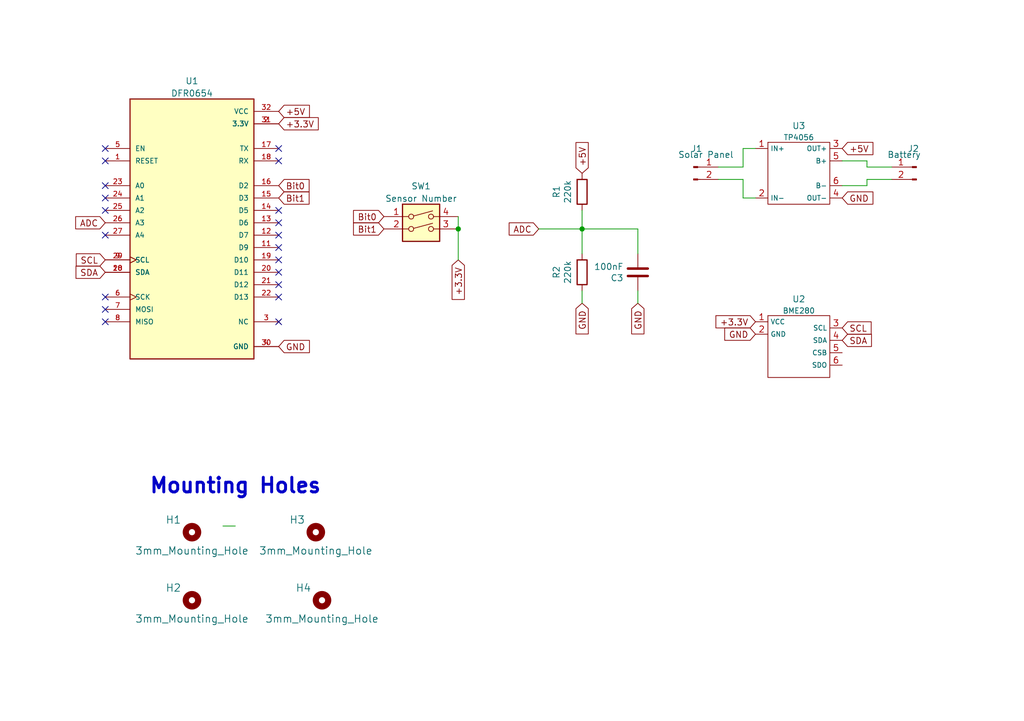
<source format=kicad_sch>
(kicad_sch (version 20211123) (generator eeschema)
  (paper "A5")
  (title_block (title "Weatherstation Sensor") (date "2022-11-14") (rev "A"))
  (lib_symbols
    (symbol "BME280-Module:BME280"
      (property "Reference" "U" (at 1.27 13.97 0))
      (property "Value" "BME280" (at 8.89 13.97 0))
      (symbol "BME280_0_1"
        (rectangle (start 0 12.7) (end 12.7 0))
      )
      (symbol "BME280_1_1"
        (pin power_in line (at -2.54 11.43 0) (length 2.54) (name "VCC") (number "1"))
        (pin power_in line (at -2.54 8.89 0) (length 2.54) (name "GND") (number "2"))
        (pin bidirectional line (at 15.24 10.16 180) (length 2.54) (name "SCL") (number "3"))
        (pin bidirectional line (at 15.24 7.62 180) (length 2.54) (name "SDA") (number "4"))
        (pin bidirectional line (at 15.24 5.08 180) (length 2.54) (name "CSB") (number "5"))
        (pin bidirectional line (at 15.24 2.54 180) (length 2.54) (name "SDO") (number "6"))
      )
    )
    (symbol "Connector:Conn_01x02_Male" (pin_names (offset 1.016) hide)
      (property "Reference" "J" (at 0 2.54 0))
      (property "Value" "Conn_01x02_Male" (at 0 -5.08 0))
      (symbol "Conn_01x02_Male_1_1"
        (polyline (pts (xy 1.27 -2.54) (xy 0.8636 -2.54)) (stroke (width 0.1524)))
        (polyline (pts (xy 1.27 0) (xy 0.8636 0)) (stroke (width 0.1524)))
        (rectangle (start 0.8636 -2.413) (end 0 -2.667) (stroke (width 0.1524)) (fill (type outline)))
        (rectangle (start 0.8636 0.127) (end 0 -0.127) (stroke (width 0.1524)) (fill (type outline)))
        (pin passive line (at 5.08 0 180) (length 3.81) (name "Pin_1") (number "1"))
        (pin passive line (at 5.08 -2.54 180) (length 3.81) (name "Pin_2") (number "2"))
      )
    )
    (symbol "DFR0654:DFR0654" (pin_names (offset 1.016))
      (property "Reference" "U" (at -12.7 26.162 0))
      (property "Value" "DFR0654" (at -12.7 -30.48 0))
      (symbol "DFR0654_0_0"
        (rectangle (start -12.7 -27.94) (end 12.7 25.4) (stroke (width 0.254)) (fill (type background)))
        (pin input line (at -17.78 12.7 0) (length 5.08) (name "RESET") (number "1"))
        (pin bidirectional line (at -17.78 -10.16 0) (length 5.08) (name "SDA") (number "10"))
        (pin bidirectional line (at 17.78 -5.08 180) (length 5.08) (name "D9") (number "11"))
        (pin bidirectional line (at 17.78 -2.54 180) (length 5.08) (name "D7") (number "12"))
        (pin bidirectional line (at 17.78 0 180) (length 5.08) (name "D6") (number "13"))
        (pin bidirectional line (at 17.78 2.54 180) (length 5.08) (name "D5") (number "14"))
        (pin bidirectional line (at 17.78 5.08 180) (length 5.08) (name "D3") (number "15"))
        (pin bidirectional line (at 17.78 7.62 180) (length 5.08) (name "D2") (number "16"))
        (pin output line (at 17.78 15.24 180) (length 5.08) (name "TX") (number "17"))
        (pin input line (at 17.78 12.7 180) (length 5.08) (name "RX") (number "18"))
        (pin bidirectional line (at 17.78 -7.62 180) (length 5.08) (name "D10") (number "19"))
        (pin power_in line (at 17.78 20.32 180) (length 5.08) (name "3.3V") (number "2"))
        (pin bidirectional line (at 17.78 -10.16 180) (length 5.08) (name "D11") (number "20"))
        (pin bidirectional line (at 17.78 -12.7 180) (length 5.08) (name "D12") (number "21"))
        (pin bidirectional line (at 17.78 -15.24 180) (length 5.08) (name "D13") (number "22"))
        (pin input line (at -17.78 7.62 0) (length 5.08) (name "A0") (number "23"))
        (pin input line (at -17.78 5.08 0) (length 5.08) (name "A1") (number "24"))
        (pin input line (at -17.78 2.54 0) (length 5.08) (name "A2") (number "25"))
        (pin input line (at -17.78 0 0) (length 5.08) (name "A3") (number "26"))
        (pin input line (at -17.78 -2.54 0) (length 5.08) (name "A4") (number "27"))
        (pin bidirectional line (at -17.78 -10.16 0) (length 5.08) (name "SDA") (number "28"))
        (pin input clock (at -17.78 -7.62 0) (length 5.08) (name "SCL") (number "29"))
        (pin no_connect line (at 17.78 -20.32 180) (length 5.08) (name "NC") (number "3"))
        (pin power_in line (at 17.78 -25.4 180) (length 5.08) (name "GND") (number "30"))
        (pin power_in line (at 17.78 20.32 180) (length 5.08) (name "3.3V") (number "31"))
        (pin power_in line (at 17.78 22.86 180) (length 5.08) (name "VCC") (number "32"))
        (pin power_in line (at 17.78 -25.4 180) (length 5.08) (name "GND") (number "4"))
        (pin input line (at -17.78 15.24 0) (length 5.08) (name "EN") (number "5"))
        (pin input clock (at -17.78 -15.24 0) (length 5.08) (name "SCK") (number "6"))
        (pin input line (at -17.78 -17.78 0) (length 5.08) (name "MOSI") (number "7"))
        (pin output line (at -17.78 -20.32 0) (length 5.08) (name "MISO") (number "8"))
        (pin input clock (at -17.78 -7.62 0) (length 5.08) (name "SCL") (number "9"))
      )
    )
    (symbol "Device:C" (pin_numbers hide) (pin_names (offset 0.254))
      (property "Reference" "C" (at 0.635 2.54 0))
      (property "Value" "C" (at 0.635 -2.54 0))
      (symbol "C_0_1"
        (polyline (pts (xy -2.032 -0.762) (xy 2.032 -0.762)) (stroke (width 0.508)))
        (polyline (pts (xy -2.032 0.762) (xy 2.032 0.762)) (stroke (width 0.508)))
      )
      (symbol "C_1_1"
        (pin passive line (at 0 3.81 270) (length 2.794) (name "~") (number "1"))
        (pin passive line (at 0 -3.81 90) (length 2.794) (name "~") (number "2"))
      )
    )
    (symbol "Device:R" (pin_numbers hide) (pin_names (offset 0))
      (property "Reference" "R" (at 2.032 0 90))
      (property "Value" "R" (at 0 0 90))
      (symbol "R_0_1"
        (rectangle (start -1.016 -2.54) (end 1.016 2.54) (stroke (width 0.254)))
      )
      (symbol "R_1_1"
        (pin passive line (at 0 3.81 270) (length 1.27) (name "~") (number "1"))
        (pin passive line (at 0 -3.81 90) (length 1.27) (name "~") (number "2"))
      )
    )
    (symbol "Mechanical:MountingHole" (pin_names (offset 1.016))
      (property "Reference" "H" (at 0 5.08 0))
      (property "Value" "MountingHole" (at 0 3.175 0))
      (symbol "MountingHole_0_1"
        (circle (center 0 0) (radius 1.27) (stroke (width 1.27)))
      )
    )
    (symbol "Switch:SW_DIP_x02" (pin_names (offset 0) hide)
      (property "Reference" "SW" (at 0 6.35 0))
      (property "Value" "SW_DIP_x02" (at 0 -3.81 0))
      (symbol "SW_DIP_x02_0_0"
        (circle (center -2.032 0) (radius 0.508))
        (circle (center -2.032 2.54) (radius 0.508))
        (polyline (pts (xy -1.524 0.127) (xy 2.3622 1.1684)))
        (polyline (pts (xy -1.524 2.667) (xy 2.3622 3.7084)))
        (circle (center 2.032 0) (radius 0.508))
        (circle (center 2.032 2.54) (radius 0.508))
      )
      (symbol "SW_DIP_x02_0_1"
        (rectangle (start -3.81 5.08) (end 3.81 -2.54) (stroke (width 0.254)) (fill (type background)))
      )
      (symbol "SW_DIP_x02_1_1"
        (pin passive line (at -7.62 2.54 0) (length 5.08) (name "~") (number "1"))
        (pin passive line (at -7.62 0 0) (length 5.08) (name "~") (number "2"))
        (pin passive line (at 7.62 0 180) (length 5.08) (name "~") (number "3"))
        (pin passive line (at 7.62 2.54 180) (length 5.08) (name "~") (number "4"))
      )
    )
    (symbol "TP4056:TP4056"
      (property "Reference" "U" (at 1.27 13.97 0))
      (property "Value" "TP4056" (at 8.89 13.97 0))
      (symbol "TP4056_0_1"
        (rectangle (start 0 12.7) (end 12.7 0))
      )
      (symbol "TP4056_1_1"
        (pin input line (at -2.54 11.43 0) (length 2.54) (name "IN+") (number "1"))
        (pin input line (at -2.54 1.27 0) (length 2.54) (name "IN-") (number "2"))
        (pin output line (at 15.24 11.43 180) (length 2.54) (name "OUT+") (number "3"))
        (pin output line (at 15.24 1.27 180) (length 2.54) (name "OUT-") (number "4"))
        (pin bidirectional line (at 15.24 8.89 180) (length 2.54) (name "B+") (number "5"))
        (pin bidirectional line (at 15.24 3.81 180) (length 2.54) (name "B-") (number "6"))
      )
    )
  )
  (junction (at 119.38 46.99))
  (junction (at 93.98 46.99))
  (no_connect (at 57.15 60.96))
  (no_connect (at 363.22 -60.96))
  (no_connect (at 57.15 50.8))
  (no_connect (at 21.59 48.26))
  (no_connect (at 21.59 43.18))
  (no_connect (at 21.59 40.64))
  (no_connect (at 57.15 43.18))
  (no_connect (at 57.15 55.88))
  (no_connect (at 21.59 60.96))
  (no_connect (at 57.15 45.72))
  (no_connect (at 57.15 66.04))
  (no_connect (at 57.15 58.42))
  (no_connect (at 21.59 33.02))
  (no_connect (at 21.59 66.04))
  (no_connect (at 57.15 53.34))
  (no_connect (at 21.59 63.5))
  (no_connect (at 57.15 48.26))
  (no_connect (at 21.59 38.1))
  (no_connect (at 57.15 33.02))
  (no_connect (at 21.59 30.48))
  (no_connect (at 57.15 30.48))
  (wire (pts (xy 147.32 36.83) (xy 152.4 36.83)))
  (wire (pts (xy 119.38 46.99) (xy 119.38 52.07)))
  (wire (pts (xy 93.98 46.99) (xy 93.98 53.34)))
  (wire (pts (xy 177.8 38.1) (xy 177.8 36.83)))
  (wire (pts (xy 177.8 33.02) (xy 177.8 34.29)))
  (wire (pts (xy 177.8 36.83) (xy 182.88 36.83)))
  (wire (pts (xy 152.4 30.48) (xy 154.94 30.48)))
  (wire (pts (xy 110.49 46.99) (xy 119.38 46.99)))
  (wire (pts (xy 93.98 44.45) (xy 93.98 46.99)))
  (wire (pts (xy 177.8 34.29) (xy 182.88 34.29)))
  (wire (pts (xy 119.38 43.18) (xy 119.38 46.99)))
  (wire (pts (xy 152.4 40.64) (xy 154.94 40.64)))
  (wire (pts (xy 119.38 46.99) (xy 130.81 46.99)))
  (wire (pts (xy 172.72 33.02) (xy 177.8 33.02)))
  (wire (pts (xy 130.81 46.99) (xy 130.81 52.07)))
  (wire (pts (xy 152.4 34.29) (xy 152.4 30.48)))
  (wire (pts (xy 45.72 107.95) (xy 48.26 107.95)))
  (wire (pts (xy 152.4 36.83) (xy 152.4 40.64)))
  (wire (pts (xy 172.72 38.1) (xy 177.8 38.1)))
  (wire (pts (xy 147.32 34.29) (xy 152.4 34.29)))
  (wire (pts (xy 130.81 59.69) (xy 130.81 62.23)))
  (wire (pts (xy 119.38 62.23) (xy 119.38 59.69)))
  (text "Mounting Holes" (at 30.48 101.6 0) (effects (font (size 2.9972 2.9972) (thickness 0.5994) bold) (justify left bottom)))
  (global_label "+3.3V" (shape input) (at 93.98 53.34 270) (property "Intersheet References" "${INTERSHEET_REFS}" (effects hide)))
  (global_label "GND" (shape input) (at 172.72 40.64 0) (property "Intersheet References" "${INTERSHEET_REFS}" (effects hide)))
  (global_label "SDA" (shape input) (at 172.72 69.85 0) (property "Intersheet References" "${INTERSHEET_REFS}" (effects hide)))
  (global_label "GND" (shape input) (at 154.94 68.58 180) (property "Intersheet References" "${INTERSHEET_REFS}" (effects hide)))
  (global_label "GND" (shape input) (at 119.38 62.23 270) (property "Intersheet References" "${INTERSHEET_REFS}" (effects hide)))
  (global_label "+5V" (shape input) (at 119.38 35.56 90) (property "Intersheet References" "${INTERSHEET_REFS}" (effects hide)))
  (global_label "SCL" (shape input) (at 172.72 67.31 0) (property "Intersheet References" "${INTERSHEET_REFS}" (effects hide)))
  (global_label "ADC" (shape input) (at 21.59 45.72 180) (property "Intersheet References" "${INTERSHEET_REFS}" (effects hide)))
  (global_label "SCL" (shape input) (at 21.59 53.34 180) (property "Intersheet References" "${INTERSHEET_REFS}" (effects hide)))
  (global_label "Bit0" (shape input) (at 78.74 44.45 180) (property "Intersheet References" "${INTERSHEET_REFS}" (effects hide)))
  (global_label "ADC" (shape input) (at 110.49 46.99 180) (property "Intersheet References" "${INTERSHEET_REFS}" (effects hide)))
  (global_label "Bit1" (shape input) (at 78.74 46.99 180) (property "Intersheet References" "${INTERSHEET_REFS}" (effects hide)))
  (global_label "+5V" (shape input) (at 172.72 30.48 0) (property "Intersheet References" "${INTERSHEET_REFS}" (effects hide)))
  (global_label "GND" (shape input) (at 57.15 71.12 0) (property "Intersheet References" "${INTERSHEET_REFS}" (effects hide)))
  (global_label "Bit0" (shape input) (at 57.15 38.1 0) (property "Intersheet References" "${INTERSHEET_REFS}" (effects hide)))
  (global_label "Bit1" (shape input) (at 57.15 40.64 0) (property "Intersheet References" "${INTERSHEET_REFS}" (effects hide)))
  (global_label "SDA" (shape input) (at 21.59 55.88 180) (property "Intersheet References" "${INTERSHEET_REFS}" (effects hide)))
  (global_label "+3.3V" (shape input) (at 57.15 25.4 0) (property "Intersheet References" "${INTERSHEET_REFS}" (effects hide)))
  (global_label "GND" (shape input) (at 130.81 62.23 270) (property "Intersheet References" "${INTERSHEET_REFS}" (effects hide)))
  (global_label "+5V" (shape input) (at 57.15 22.86 0) (property "Intersheet References" "${INTERSHEET_REFS}" (effects hide)))
  (global_label "+3.3V" (shape input) (at 154.94 66.04 180) (property "Intersheet References" "${INTERSHEET_REFS}" (effects hide)))
  (symbol (lib_id "Mechanical:MountingHole") (at 39.37 109.22 0) (unit 1)
    (property "Reference" "H1" (at 35.56 106.68 0) (effects (font (size 1.524 1.524))))
    (property "Value" "3mm_Mounting_Hole" (at 39.37 113.03 0) (effects (font (size 1.524 1.524))))
    (property "Footprint" "project_footprints:NPTH_3mm_ID" (effects hide))
  )
  (symbol (lib_id "Mechanical:MountingHole") (at 64.77 109.22 0) (unit 1)
    (property "Reference" "H3" (at 60.96 106.68 0) (effects (font (size 1.524 1.524))))
    (property "Value" "3mm_Mounting_Hole" (at 64.77 113.03 0) (effects (font (size 1.524 1.524))))
    (property "Footprint" "project_footprints:NPTH_3mm_ID" (effects hide))
  )
  (symbol (lib_id "Mechanical:MountingHole") (at 39.37 123.19 0) (unit 1)
    (property "Reference" "H2" (at 35.56 120.65 0) (effects (font (size 1.524 1.524))))
    (property "Value" "3mm_Mounting_Hole" (at 39.37 127 0) (effects (font (size 1.524 1.524))))
    (property "Footprint" "project_footprints:NPTH_3mm_ID" (effects hide))
  )
  (symbol (lib_id "Mechanical:MountingHole") (at 66.04 123.19 0) (unit 1)
    (property "Reference" "H4" (at 62.23 120.65 0) (effects (font (size 1.524 1.524))))
    (property "Value" "3mm_Mounting_Hole" (at 66.04 127 0) (effects (font (size 1.524 1.524))))
    (property "Footprint" "project_footprints:NPTH_3mm_ID" (effects hide))
  )
  (symbol (lib_id "Device:C") (at 130.81 55.88 180) (unit 1)
    (property "Reference" "C3" (at 127.889 57.0484 0) (effects (justify left)))
    (property "Value" "100nF" (at 127.889 54.737 0) (effects (justify left)))
    (property "Footprint" "Capacitor_THT:C_Disc_D7.0mm_W2.5mm_P5.00mm" (effects hide))
  )
  (symbol (lib_id "BME280-Module:BME280") (at 157.48 77.47 0) (unit 1)
    (property "Reference" "U2" (at 163.83 61.3868 0))
    (property "Value" "BME280" (at 163.83 63.7709 0) (effects (font (size 1.1 1.1))))
    (property "Footprint" "BME280:BME280-Module" (effects hide))
  )
  (symbol (lib_id "Device:R") (at 119.38 55.88 0) (unit 1)
    (property "Reference" "R2" (at 114.1222 55.88 90))
    (property "Value" "220k" (at 116.4336 55.88 90))
    (property "Footprint" "Resistor_THT:R_Axial_DIN0207_L6.3mm_D2.5mm_P10.16mm_Horizontal" (effects hide))
  )
  (symbol (lib_id "Switch:SW_DIP_x02") (at 86.36 46.99 0) (unit 1)
    (property "Reference" "SW1" (at 86.36 38.2102 0))
    (property "Value" "Sensor Number" (at 86.36 40.7471 0))
    (property "Footprint" "Package_DIP:DIP-4_W7.62mm" (effects hide))
  )
  (symbol (lib_id "Connector:Conn_01x02_Male") (at 142.24 34.29 0) (unit 1)
    (property "Reference" "J1" (at 142.875 30.514 0))
    (property "Value" "Solar Panel" (at 144.78 31.75 0))
    (property "Footprint" "Connector_JST:JST_PH_B2B-PH-K_1x02_P2.00mm_Vertical" (effects hide))
  )
  (symbol (lib_id "Connector:Conn_01x02_Male") (at 187.96 34.29 0) (mirror y) (unit 1)
    (property "Reference" "J2" (at 187.325 30.514 0))
    (property "Value" "Battery" (at 185.42 31.75 0))
    (property "Footprint" "Connector_JST:JST_PH_B2B-PH-K_1x02_P2.00mm_Vertical" (effects hide))
  )
  (symbol (lib_id "TP4056:TP4056") (at 157.48 41.91 0) (unit 1)
    (property "Reference" "U3" (at 163.83 25.8268 0))
    (property "Value" "TP4056" (at 163.83 28.2109 0) (effects (font (size 1.1 1.1))))
    (property "Footprint" "TP4056:TP4056-Module" (effects hide))
  )
  (symbol (lib_id "Device:R") (at 119.38 39.37 0) (unit 1)
    (property "Reference" "R1" (at 114.1222 39.37 90))
    (property "Value" "220k" (at 116.4336 39.37 90))
    (property "Footprint" "Resistor_THT:R_Axial_DIN0207_L6.3mm_D2.5mm_P10.16mm_Horizontal" (effects hide))
  )
  (symbol (lib_id "DFR0654:DFR0654") (at 39.37 45.72 0) (unit 1)
    (property "Reference" "U1" (at 39.37 16.6202 0))
    (property "Value" "DFR0654" (at 39.37 19.1571 0))
    (property "Footprint" "DFR0654:MODULE_DFR0654" (effects hide))
    (property "MANUFACTURER" "DFRobot" (effects hide))
    (property "STANDARD" "Manufacturer Recommendations" (effects hide))
  )
)
</source>
